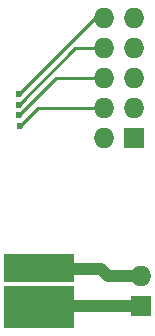
<source format=gbl>
G04 #@! TF.FileFunction,Copper,L2,Bot,Signal*
%FSLAX46Y46*%
G04 Gerber Fmt 4.6, Leading zero omitted, Abs format (unit mm)*
G04 Created by KiCad (PCBNEW 0.201510090346+6256~30~ubuntu14.04.1-product) date Son 11 Okt 2015 11:49:56 CEST*
%MOMM*%
G01*
G04 APERTURE LIST*
%ADD10C,0.200000*%
%ADD11R,1.000000X1.000000*%
%ADD12R,6.000000X2.420000*%
%ADD13R,6.000000X3.630000*%
%ADD14R,1.727200X1.727200*%
%ADD15O,1.727200X1.727200*%
%ADD16C,0.600000*%
%ADD17C,0.250000*%
%ADD18C,1.000000*%
G04 APERTURE END LIST*
D10*
D11*
X141502000Y-110700000D03*
X141502000Y-109700000D03*
X141502000Y-108700000D03*
X144502000Y-110700000D03*
X144502000Y-109700000D03*
X144502000Y-108700000D03*
X143502000Y-110700000D03*
X143502000Y-109700000D03*
X143502000Y-108700000D03*
X142502000Y-108700000D03*
X142502000Y-110700000D03*
X142502000Y-106950000D03*
X143502000Y-106950000D03*
X141502000Y-106950000D03*
X144502000Y-106950000D03*
X141502000Y-105950000D03*
X142502000Y-105950000D03*
X143502000Y-105950000D03*
X142502000Y-109700000D03*
D12*
X143002000Y-106450000D03*
D11*
X144502000Y-105950000D03*
D13*
X143002000Y-109750000D03*
D14*
X151000000Y-95500000D03*
D15*
X148460000Y-95500000D03*
X151000000Y-92960000D03*
X148460000Y-92960000D03*
X151000000Y-90420000D03*
X148460000Y-90420000D03*
X151000000Y-87880000D03*
X148460000Y-87880000D03*
X151000000Y-85340000D03*
X148460000Y-85340000D03*
D14*
X151638000Y-109728000D03*
D15*
X151638000Y-107188000D03*
D16*
X141300000Y-91750000D03*
X141300000Y-92650000D03*
X141300000Y-93550000D03*
X141350000Y-94500000D03*
D17*
X141300000Y-91750000D02*
X147710000Y-85340000D01*
X147710000Y-85340000D02*
X148460000Y-85340000D01*
X146070000Y-87880000D02*
X148460000Y-87880000D01*
X141300000Y-92650000D02*
X146070000Y-87880000D01*
X144430000Y-90420000D02*
X148460000Y-90420000D01*
X141300000Y-93550000D02*
X144430000Y-90420000D01*
X142890000Y-92960000D02*
X148460000Y-92960000D01*
X141350000Y-94500000D02*
X142890000Y-92960000D01*
D18*
X151638000Y-107188000D02*
X148844000Y-107188000D01*
X148206001Y-106550001D02*
X143000000Y-106550001D01*
X148844000Y-107188000D02*
X148206001Y-106550001D01*
X151638000Y-109728000D02*
X143122001Y-109728000D01*
X143122001Y-109728000D02*
X143000000Y-109850001D01*
M02*

</source>
